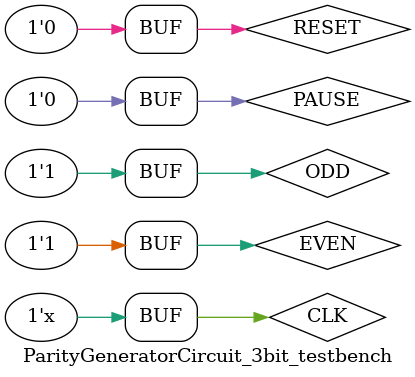
<source format=v>
`timescale 1ps/1ps
module ParityGeneratorCircuit_3bit_testbench;
	
	parameter CLK_PERIOD = 2;
	
	reg CLK,ODD,EVEN,PAUSE,RESET;
	wire [2:0] Q;
	wire [6:0] LED_7SEG;
	
	ParityGeneratorCircuit_3bit dut(
	.CLK(CLK),
	.EVEN(EVEN),
	.ODD(ODD),
	.PAUSE(PAUSE),
	.RESET(RESET),
	.Q(Q),
	.LED_7SEG(LED_7SEG)
	);
	
	always #((CLK_PERIOD / 2)) CLK = ~CLK; 
	
	initial begin
	CLK 	= 0;
	EVEN 	= 0;
	ODD 	= 0;
	PAUSE	= 0;
	RESET = 0;
	#1;
	
	//Test case 1: counting 0 -> 7 (When ~ODD & ~EVEN)
	EVEN = 0; ODD = 0 ; PAUSE = 0; RESET = 0;
	#5;
	//When Reset = 1
	EVEN = 0; ODD = 0 ; PAUSE = 0; RESET = 1;
	#2;
	EVEN = 0; ODD = 0 ; PAUSE = 0; RESET = 0;
	#5;
	//When Pause = 1
	EVEN = 0; ODD = 0 ; PAUSE = 1; RESET = 0;
	#2;
	EVEN = 0; ODD = 0 ; PAUSE = 0; RESET = 0;
	#5;
	//When Reset = 1 & Pause = 1
	EVEN = 0; ODD = 0 ; PAUSE = 1; RESET = 1;
	#2;
	EVEN = 0; ODD = 0 ; PAUSE = 0; RESET = 0;
	#20;
	
	//------------------------------------------
	
	
	//Test case 2: counting 1,3,5,7
	EVEN = 0; ODD = 1 ;  PAUSE = 0; RESET = 0;
	#5;
	//When Reset = 1
	EVEN = 0; ODD = 1 ; PAUSE = 0; RESET = 1;
	#2;
	EVEN = 0; ODD = 1 ; PAUSE = 0; RESET = 0;
	#5;
	//When Pause = 1
	EVEN = 0; ODD = 1 ; PAUSE = 1; RESET = 0;
	#2;
	EVEN = 0; ODD = 1 ; PAUSE = 0; RESET = 0;
	#5;
	//When Reset = 1 & Pause = 1
	EVEN = 0; ODD = 1 ; PAUSE = 1; RESET = 1;
	#2;
	EVEN = 0; ODD = 1 ; PAUSE = 0; RESET = 0;
	#20;
	
	//------------------------------------------
	
	
	//Test case 3: counting 0,2,4,6
	EVEN = 1; ODD = 0 ; PAUSE = 0; RESET = 0;
	#10;
	//When Reset = 1
	EVEN = 1; ODD = 0 ; PAUSE = 0; RESET = 1;
	#2;
	EVEN = 1; ODD = 0 ; PAUSE = 0; RESET = 0;
	#5;
	//When Pause = 1
	EVEN = 1; ODD = 0 ; PAUSE = 1; RESET = 0;
	#2;
	EVEN = 1; ODD = 0 ; PAUSE = 0; RESET = 0;
	#5;
	//When Reset = 1 & Pause = 1
	EVEN = 1; ODD = 0 ; PAUSE = 1; RESET = 1;
	#2;
	EVEN = 1; ODD = 0 ; PAUSE = 0; RESET = 0;
	#20;
	
	//---------------------------------------------
	
	
	
	//Test case 4: counting 0 -> 7 (When ODD & EVEN)
	EVEN = 1; ODD = 1 ; PAUSE = 0; RESET = 0;
	#10;
	//When Reset = 1
	EVEN = 1;  ODD = 1 ; PAUSE = 0; RESET = 1;
	#2;
	EVEN = 1; ODD = 1 ; PAUSE = 0; RESET = 0;
	#5;
	//When Pause = 1
	EVEN = 1;  ODD = 1 ; PAUSE = 1; RESET = 0;
	#2;
	EVEN = 1; ODD = 1 ; PAUSE = 0; RESET = 0;
	#5;
	//When Reset = 1 & Pause = 1
	EVEN = 1;  ODD = 1 ; PAUSE = 1; RESET = 1;
	#2;
	EVEN = 1; ODD = 1 ; PAUSE = 0; RESET = 0;
	#20;
	end
	
	always @(posedge CLK) begin
		$monitor("At time [%t], EVEN = %b , ODD = %b , PAUSE = %b , RESET = %b , Q = %b , LED_7SEG; = %b",$time,EVEN,ODD,PAUSE,	RESET,Q,LED_7SEG);
	end 
endmodule 
</source>
